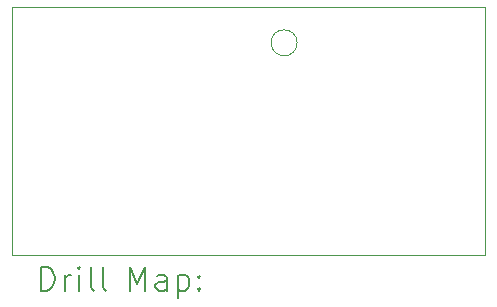
<source format=gbr>
%TF.GenerationSoftware,KiCad,Pcbnew,(7.0.0)*%
%TF.CreationDate,2023-07-18T11:01:08+08:00*%
%TF.ProjectId,Board_Car_V0_3,426f6172-645f-4436-9172-5f56305f332e,rev?*%
%TF.SameCoordinates,Original*%
%TF.FileFunction,Drillmap*%
%TF.FilePolarity,Positive*%
%FSLAX45Y45*%
G04 Gerber Fmt 4.5, Leading zero omitted, Abs format (unit mm)*
G04 Created by KiCad (PCBNEW (7.0.0)) date 2023-07-18 11:01:08*
%MOMM*%
%LPD*%
G01*
G04 APERTURE LIST*
%ADD10C,0.100000*%
%ADD11C,0.200000*%
G04 APERTURE END LIST*
D10*
X6610000Y-9900000D02*
G75*
G03*
X6610000Y-9900000I-110000J0D01*
G01*
X4200000Y-9600000D02*
X8200000Y-9600000D01*
X8200000Y-9600000D02*
X8200000Y-11700000D01*
X8200000Y-11700000D02*
X4200000Y-11700000D01*
X4200000Y-11700000D02*
X4200000Y-9600000D01*
D11*
X4442619Y-11998476D02*
X4442619Y-11798476D01*
X4442619Y-11798476D02*
X4490238Y-11798476D01*
X4490238Y-11798476D02*
X4518810Y-11808000D01*
X4518810Y-11808000D02*
X4537857Y-11827048D01*
X4537857Y-11827048D02*
X4547381Y-11846095D01*
X4547381Y-11846095D02*
X4556905Y-11884190D01*
X4556905Y-11884190D02*
X4556905Y-11912762D01*
X4556905Y-11912762D02*
X4547381Y-11950857D01*
X4547381Y-11950857D02*
X4537857Y-11969905D01*
X4537857Y-11969905D02*
X4518810Y-11988952D01*
X4518810Y-11988952D02*
X4490238Y-11998476D01*
X4490238Y-11998476D02*
X4442619Y-11998476D01*
X4642619Y-11998476D02*
X4642619Y-11865143D01*
X4642619Y-11903238D02*
X4652143Y-11884190D01*
X4652143Y-11884190D02*
X4661667Y-11874667D01*
X4661667Y-11874667D02*
X4680714Y-11865143D01*
X4680714Y-11865143D02*
X4699762Y-11865143D01*
X4766429Y-11998476D02*
X4766429Y-11865143D01*
X4766429Y-11798476D02*
X4756905Y-11808000D01*
X4756905Y-11808000D02*
X4766429Y-11817524D01*
X4766429Y-11817524D02*
X4775952Y-11808000D01*
X4775952Y-11808000D02*
X4766429Y-11798476D01*
X4766429Y-11798476D02*
X4766429Y-11817524D01*
X4890238Y-11998476D02*
X4871190Y-11988952D01*
X4871190Y-11988952D02*
X4861667Y-11969905D01*
X4861667Y-11969905D02*
X4861667Y-11798476D01*
X4995000Y-11998476D02*
X4975952Y-11988952D01*
X4975952Y-11988952D02*
X4966429Y-11969905D01*
X4966429Y-11969905D02*
X4966429Y-11798476D01*
X5191190Y-11998476D02*
X5191190Y-11798476D01*
X5191190Y-11798476D02*
X5257857Y-11941333D01*
X5257857Y-11941333D02*
X5324524Y-11798476D01*
X5324524Y-11798476D02*
X5324524Y-11998476D01*
X5505476Y-11998476D02*
X5505476Y-11893714D01*
X5505476Y-11893714D02*
X5495952Y-11874667D01*
X5495952Y-11874667D02*
X5476905Y-11865143D01*
X5476905Y-11865143D02*
X5438809Y-11865143D01*
X5438809Y-11865143D02*
X5419762Y-11874667D01*
X5505476Y-11988952D02*
X5486429Y-11998476D01*
X5486429Y-11998476D02*
X5438809Y-11998476D01*
X5438809Y-11998476D02*
X5419762Y-11988952D01*
X5419762Y-11988952D02*
X5410238Y-11969905D01*
X5410238Y-11969905D02*
X5410238Y-11950857D01*
X5410238Y-11950857D02*
X5419762Y-11931809D01*
X5419762Y-11931809D02*
X5438809Y-11922286D01*
X5438809Y-11922286D02*
X5486429Y-11922286D01*
X5486429Y-11922286D02*
X5505476Y-11912762D01*
X5600714Y-11865143D02*
X5600714Y-12065143D01*
X5600714Y-11874667D02*
X5619762Y-11865143D01*
X5619762Y-11865143D02*
X5657857Y-11865143D01*
X5657857Y-11865143D02*
X5676905Y-11874667D01*
X5676905Y-11874667D02*
X5686428Y-11884190D01*
X5686428Y-11884190D02*
X5695952Y-11903238D01*
X5695952Y-11903238D02*
X5695952Y-11960381D01*
X5695952Y-11960381D02*
X5686428Y-11979428D01*
X5686428Y-11979428D02*
X5676905Y-11988952D01*
X5676905Y-11988952D02*
X5657857Y-11998476D01*
X5657857Y-11998476D02*
X5619762Y-11998476D01*
X5619762Y-11998476D02*
X5600714Y-11988952D01*
X5781667Y-11979428D02*
X5791190Y-11988952D01*
X5791190Y-11988952D02*
X5781667Y-11998476D01*
X5781667Y-11998476D02*
X5772143Y-11988952D01*
X5772143Y-11988952D02*
X5781667Y-11979428D01*
X5781667Y-11979428D02*
X5781667Y-11998476D01*
X5781667Y-11874667D02*
X5791190Y-11884190D01*
X5791190Y-11884190D02*
X5781667Y-11893714D01*
X5781667Y-11893714D02*
X5772143Y-11884190D01*
X5772143Y-11884190D02*
X5781667Y-11874667D01*
X5781667Y-11874667D02*
X5781667Y-11893714D01*
M02*

</source>
